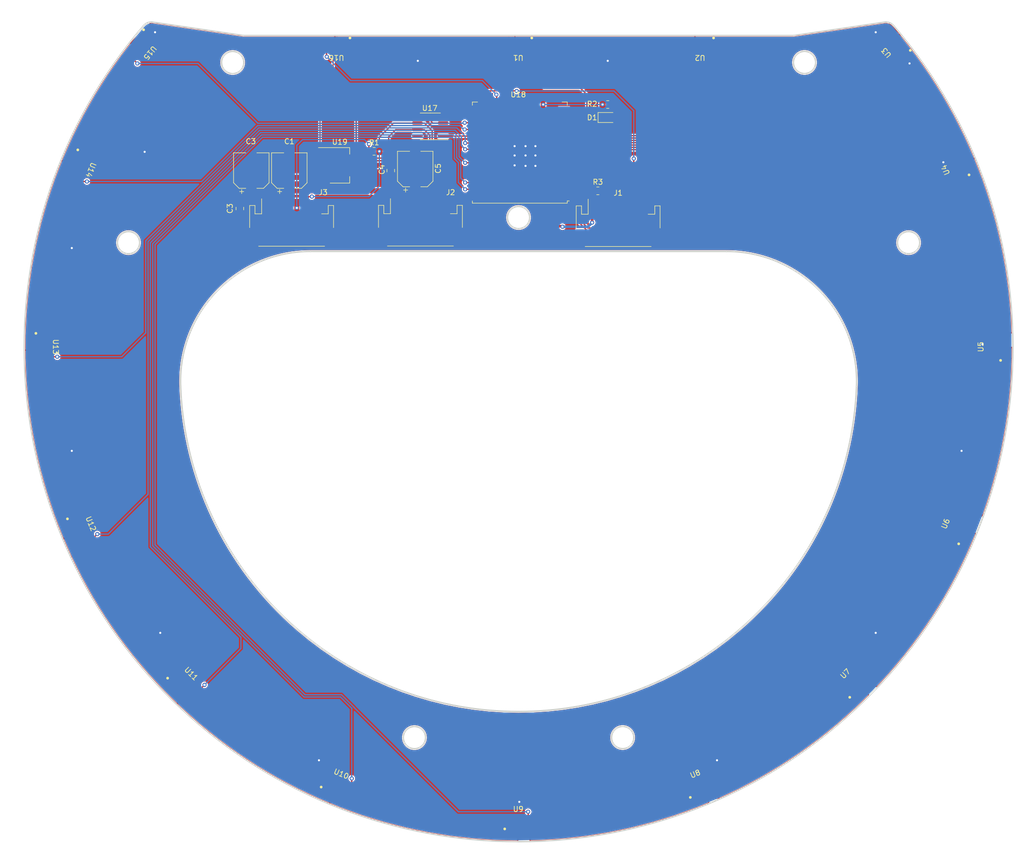
<source format=kicad_pcb>
(kicad_pcb (version 20211014) (generator pcbnew)
  (layers (0 "F.Cu" signal) (31 "B.Cu" signal) (34 "B.Paste" user) (35 "F.Paste" user) (36 "B.SilkS" user "B.Silkscreen") (37 "F.SilkS" user "F.Silkscreen") (38 "B.Mask" user) (39 "F.Mask" user) (44 "Edge.Cuts" user))
  (net 0 "")
  (net 1 "Net-(J1-Pad2)")
  (net 2 "+3V3")
  (net 3 "/LED")
  (net 4 "Net-(D1-Pad2)")
  (net 5 "/CAN_H")
  (net 6 "/CAN_L")
  (net 7 "GND")
  (net 10 "/IR_15")
  (net 11 "/IR_16")
  (net 12 "/IR_13")
  (net 13 "/IR_14")
  (net 14 "/IR_10")
  (net 15 "/IR_11")
  (net 16 "/IR_12")
  (net 17 "/IR_1")
  (net 25 "/IR_2")
  (net 27 "/IO_0")
  (net 28 "/IR_3")
  (net 29 "/IR_4")
  (net 30 "/IR_5")
  (net 31 "/IR_6")
  (net 33 "/IR_7")
  (net 34 "/RX")
  (net 35 "/TX")
  (net 36 "/IR_8")
  (net 37 "/IR_9")
  (net 38 "/CAN_TX")
  (net 39 "/CAN_RX")
  (net 40 "+5V")
  (footprint "BUCKY_IR:TSSP96038" (layer "F.Cu") (at 206.150201 116.438997 67.5)
    (fp_text reference "U6")
    (fp_text value "TSSP96038TR")
  )
  (footprint "Connector_JST:JST_PH_S6B-PH-SM4-TB_1x06-1MP_P2.00mm_Horizontal" (layer "F.Cu") (at 141 57.7)
    (fp_text reference "J1")
    (fp_text value "SERIAL_CONN")
  )
  (footprint "BUCKY_IR:TSSP96038" (layer "F.Cu") (at 57.241151 146.058849 -45)
    (fp_text reference "U11")
    (fp_text value "TSSP96038TR")
  )
  (footprint "Resistor_SMD:R_0805_2012Metric_Pad1.20x1.40mm_HandSolder" (layer "F.Cu") (at 94.1 43.9)
    (fp_text reference "R1")
    (fp_text value "120R")
  )
  (footprint "BUCKY_IR:TSSP96038" (layer "F.Cu") (at 49.203536 23.420918 -130)
    (fp_text reference "U15")
    (fp_text value "TSSP96038TR")
  )
  (footprint "BUCKY_IR:TSSP96038" (layer "F.Cu") (at 86.861003 23.5 180)
    (fp_text reference "U16")
    (fp_text value "TSSP96038TR")
  )
  (footprint "BUCKY_IR:TSSP96038" (layer "F.Cu") (at 156.738997 23.5 180)
    (fp_text reference "U2")
    (fp_text value "TSSP96038TR")
  )
  (footprint "Capacitor_SMD:CP_Elec_6.3x7.7" (layer "F.Cu") (at 70.5 47.6 90)
    (fp_text reference "C3")
    (fp_text value "10u")
  )
  (footprint "BUCKY_IR:TSSP96038" (layer "F.Cu") (at 37.449799 116.438997 -67.5)
    (fp_text reference "U12")
    (fp_text value "TSSP96038TR")
  )
  (footprint "Resistor_SMD:R_0805_2012Metric_Pad1.20x1.40mm_HandSolder" (layer "F.Cu") (at 137.1 51.5 180)
    (fp_text reference "R3")
    (fp_text value "10k")
  )
  (footprint "BUCKY_IR:TSSP96038" (layer "F.Cu") (at 121.8 172.8)
    (fp_text reference "U9")
    (fp_text value "TSSP96038TR")
  )
  (footprint "BUCKY_IR:TSSP96038" (layer "F.Cu") (at 186.358849 146.058849 45)
    (fp_text reference "U7")
    (fp_text value "TSSP96038TR")
  )
  (footprint "Capacitor_SMD:CP_Elec_6.3x7.7" (layer "F.Cu") (at 77.8 47.6 90)
    (fp_text reference "C1")
    (fp_text value "100u")
  )
  (footprint "Resistor_SMD:R_0805_2012Metric_Pad1.20x1.40mm_HandSolder" (layer "F.Cu") (at 139 34.9)
    (fp_text reference "R2")
    (fp_text value "120R")
  )
  (footprint "BUCKY_IR:TSSP96038" (layer "F.Cu") (at 30.5 81.5 -90)
    (fp_text reference "U13")
    (fp_text value "TSSP96038TR")
  )
  (footprint "Capacitor_SMD:C_0805_2012Metric_Pad1.18x1.45mm_HandSolder" (layer "F.Cu") (at 97.3 47.6 -90)
    (fp_text reference "C5")
    (fp_text value "100n")
  )
  (footprint "RF_Module:ESP32-WROOM-32U" (layer "F.Cu") (at 122.1 44.145 180)
    (fp_text reference "U18")
    (fp_text value "ESP32-WROOM-32U")
  )
  (footprint "BUCKY_IR:TSSP96038" (layer "F.Cu") (at 121.8 23.5 180)
    (fp_text reference "U1")
    (fp_text value "TSSP96038TR")
  )
  (footprint "Package_SO:SOIC-8_3.9x4.9mm_P1.27mm" (layer "F.Cu") (at 104.9 39.1 180)
    (fp_text reference "U17")
    (fp_text value "SN65HVD230")
  )
  (footprint "BUCKY_IR:TSSP96038" (layer "F.Cu") (at 194.4 23.4 130)
    (fp_text reference "U3")
    (fp_text value "TSSP96038TR")
  )
  (footprint "Capacitor_SMD:C_0805_2012Metric_Pad1.18x1.45mm_HandSolder" (layer "F.Cu") (at 68.3 54.9 -90)
    (fp_text reference "C3")
    (fp_text value "100n")
  )
  (footprint "BUCKY_IR:TSSP96038" (layer "F.Cu") (at 37.449799 46.561003 -112.5)
    (fp_text reference "U14")
    (fp_text value "TSSP96038TR")
  )
  (footprint "LED_SMD:LED_0805_2012Metric_Pad1.15x1.40mm_HandSolder" (layer "F.Cu") (at 139 37.4)
    (fp_text reference "D1")
    (fp_text value "LED")
  )
  (footprint "Capacitor_SMD:CP_Elec_6.3x7.7" (layer "F.Cu") (at 102 47.3 90)
    (fp_text reference "C4")
    (fp_text value "10u")
  )
  (footprint "BUCKY_IR:TSSP96038" (layer "F.Cu") (at 86.861003 165.850201 -22.5)
    (fp_text reference "U10")
    (fp_text value "TSSP96038TR")
  )
  (footprint "Package_TO_SOT_SMD:SOT-223-3_TabPin2" (layer "F.Cu") (at 87.5 46.6)
    (fp_text reference "U19")
    (fp_text value "AMS1117-5.0")
  )
  (footprint "Connector_JST:JST_PH_S6B-PH-SM4-TB_1x06-1MP_P2.00mm_Horizontal" (layer "F.Cu") (at 78.245 57.63)
    (fp_text reference "J3")
    (fp_text value "CAN_CONN_DOWN")
  )
  (footprint "BUCKY_IR:TSSP96038" (layer "F.Cu") (at 213.1 81.5 90)
    (fp_text reference "U5")
    (fp_text value "TSSP96038TR")
  )
  (footprint "BUCKY_IR:TSSP96038" (layer "F.Cu") (at 156.738997 165.850201 22.5)
    (fp_text reference "U8")
    (fp_text value "TSSP96038TR")
  )
  (footprint "Connector_JST:JST_PH_S6B-PH-SM4-TB_1x06-1MP_P2.00mm_Horizontal" (layer "F.Cu") (at 103 57.6)
    (fp_text reference "J2")
    (fp_text value "CAN_CONN_UP")
  )
  (footprint "BUCKY_IR:TSSP96038" (layer "F.Cu") (at 206.150201 46.561003 112.5)
    (fp_text reference "U4")
    (fp_text value "TSSP96038TR")
  )
  (gr_line locked (start 51.04676 19.073906) (end 50.93086 19.092196) (layer "Edge.Cuts") (width 0.3))
  (gr_line locked (start 51.38086 19.057933) (end 51.27196 19.05719) (layer "Edge.Cuts") (width 0.3))
  (gr_line locked (start 194.0491 19.876224) (end 193.91612 19.729203) (layer "Edge.Cuts") (width 0.3))
  (gr_line locked (start 50.44846 19.249606) (end 50.32366 19.315696) (layer "Edge.Cuts") (width 0.3))
  (gr_line locked (start 193.91612 19.729203) (end 193.78484 19.600683) (layer "Edge.Cuts") (width 0.3))
  (gr_arc locked (start 48.20773 21.634387) (mid 48.936247 20.75088) (end 49.67536 19.876219) (layer "Edge.Cuts") (width 0.3))
  (gr_curve locked (pts (xy 57.302775 83.604818) (xy 56.969738 85.412521) (xy 56.837082 87.251453) (xy 56.907214 89.088239)) (layer "Edge.Cuts") (width 0.3))
  (gr_line locked (start 51.27196 19.05719) (end 51.16056 19.062406) (layer "Edge.Cuts") (width 0.3))
  (gr_line locked (start 50.57166 19.195506) (end 50.44846 19.249606) (layer "Edge.Cuts") (width 0.3))
  (gr_line locked (start 51.59066 19.076658) (end 51.48716 19.064448) (layer "Edge.Cuts") (width 0.3))
  (gr_line locked (start 193.4009 19.315701) (end 193.27613 19.249611) (layer "Edge.Cuts") (width 0.3))
  (gr_curve locked (pts (xy 57.005132 151.050114) (xy 93.515101 185.162474) (xy 150.209562 185.162474) (xy 186.719531 151.050114)) (layer "Edge.Cuts") (width 0.3))
  (gr_line locked (start 192.7938 19.092201) (end 192.67788 19.073911) (layer "Edge.Cuts") (width 0.3))
  (gr_line locked (start 49.93966 19.600678) (end 49.80836 19.729198) (layer "Edge.Cuts") (width 0.3))
  (gr_line locked (start 68.94731 21.634387) (end 51.59066 19.076658) (layer "Edge.Cuts") (width 0.3))
  (gr_circle locked (center 46.9 61.46) (end 49.05 61.46) (layer "Edge.Cuts") (width 0.3) (fill none))
  (gr_curve locked (pts (xy 81.889011 63.134387) (xy 78.63364 63.134387) (xy 75.409393 63.770233) (xy 72.397752 65.006136)) (layer "Edge.Cuts") (width 0.3))
  (gr_line locked (start 192.34377 19.057938) (end 192.23751 19.064453) (layer "Edge.Cuts") (width 0.3))
  (gr_circle locked (center 141.87 156.63) (end 144.02 156.63) (layer "Edge.Cuts") (width 0.3) (fill none))
  (gr_curve locked (pts (xy 186.817466 89.088239) (xy 186.150763 106.549471) (xy 178.470486 123.595023) (xy 164.419388 135.765913)) (layer "Edge.Cuts") (width 0.3))
  (gr_line locked (start 50.93086 19.092196) (end 50.81296 19.117946) (layer "Edge.Cuts") (width 0.3))
  (gr_line locked (start 193.65524 19.489781) (end 193.52727 19.395261) (layer "Edge.Cuts") (width 0.3))
  (gr_curve locked (pts (xy 186.817466 89.088239) (xy 186.941671 85.835239) (xy 186.429306 82.589079) (xy 185.30921 79.532476)) (layer "Edge.Cuts") (width 0.3))
  (gr_curve locked (pts (xy 58.887301 78.340443) (xy 58.167201 80.031643) (xy 57.635811 81.797115) (xy 57.302775 83.604818)) (layer "Edge.Cuts") (width 0.3))
  (gr_line locked (start 192.23751 19.064453) (end 192.13403 19.076663) (layer "Edge.Cuts") (width 0.3))
  (gr_line locked (start 49.80836 19.729198) (end 49.67536 19.876219) (layer "Edge.Cuts") (width 0.3))
  (gr_line locked (start 50.32366 19.315696) (end 50.19726 19.395256) (layer "Edge.Cuts") (width 0.3))
  (gr_line locked (start 192.56412 19.062411) (end 192.45269 19.057195) (layer "Edge.Cuts") (width 0.3))
  (gr_curve locked (pts (xy 172.500091 65.523104) (xy 170.837597 64.739003) (xy 169.093685 64.14064) (xy 167.300005 63.738874)) (layer "Edge.Cuts") (width 0.3))
  (gr_line locked (start 50.81296 19.117946) (end 50.69316 19.152026) (layer "Edge.Cuts") (width 0.3))
  (gr_curve locked (pts (xy 167.300005 63.738874) (xy 165.506325 63.337109) (xy 163.673794 63.134387) (xy 161.835669 63.134387)) (layer "Edge.Cuts") (width 0.3))
  (gr_line locked (start 193.78484 19.600683) (end 193.65524 19.489781) (layer "Edge.Cuts") (width 0.3))
  (gr_curve locked (pts (xy 164.419388 135.765913) (xy 139.992711 156.924003) (xy 103.731969 156.924003) (xy 79.305292 135.765913)) (layer "Edge.Cuts") (width 0.3))
  (gr_line locked (start 50.69316 19.152026) (end 50.57166 19.195506) (layer "Edge.Cuts") (width 0.3))
  (gr_curve locked (pts (xy 79.305292 135.765913) (xy 65.254194 123.595023) (xy 57.573917 106.549471) (xy 56.907214 89.088239)) (layer "Edge.Cuts") (width 0.3))
  (gr_line locked (start 192.67788 19.073911) (end 192.56412 19.062411) (layer "Edge.Cuts") (width 0.3))
  (gr_curve locked (pts (xy 72.397752 65.006136) (xy 69.386111 66.242039) (xy 66.644662 68.054366) (xy 64.327713 70.341107)) (layer "Edge.Cuts") (width 0.3))
  (gr_line locked (start 51.48716 19.064448) (end 51.38086 19.057933) (layer "Edge.Cuts") (width 0.3))
  (gr_circle locked (center 101.85 156.64) (end 104 156.64) (layer "Edge.Cuts") (width 0.3) (fill none))
  (gr_line locked (start 192.45269 19.057195) (end 192.34377 19.057938) (layer "Edge.Cuts") (width 0.3))
  (gr_curve locked (pts (xy 64.327713 70.341107) (xy 62.010764 72.627849) (xy 60.162618 75.345279) (xy 58.887301 78.340443)) (layer "Edge.Cuts") (width 0.3))
  (gr_line locked (start 193.03147 19.152031) (end 192.91171 19.11795) (layer "Edge.Cuts") (width 0.3))
  (gr_circle locked (center 66.92 26.82) (end 69.07 26.82) (layer "Edge.Cuts") (width 0.3) (fill none))
  (gr_circle locked (center 196.82 61.46) (end 198.97 61.46) (layer "Edge.Cuts") (width 0.3) (fill none))
  (gr_arc locked (start 194.0491 19.876224) (mid 194.788315 20.750882) (end 195.516933 21.634387) (layer "Edge.Cuts") (width 0.3))
  (gr_line locked (start 51.16056 19.062406) (end 51.04676 19.073906) (layer "Edge.Cuts") (width 0.3))
  (gr_curve locked (pts (xy 180.286028 71.264762) (xy 178.089353 68.862252) (xy 175.444416 66.91177) (xy 172.500091 65.523104)) (layer "Edge.Cuts") (width 0.3))
  (gr_curve locked (pts (xy 185.30921 79.532476) (xy 184.189114 76.475873) (xy 182.482704 73.667272) (xy 180.286028 71.264762)) (layer "Edge.Cuts") (width 0.3))
  (gr_curve locked (pts (xy 186.719531 151.050114) (xy 223.229499 116.937757) (xy 227.074593 60.373836) (xy 195.516933 21.634387)) (layer "Edge.Cuts") (width 0.3))
  (gr_line locked (start 192.13403 19.076663) (end 174.77736 21.634387) (layer "Edge.Cuts") (width 0.3))
  (gr_line locked (start 193.52727 19.395261) (end 193.4009 19.315701) (layer "Edge.Cuts") (width 0.3))
  (gr_line locked (start 81.889011 63.134387) (end 161.835669 63.134387) (layer "Edge.Cuts") (width 0.3))
  (gr_line locked (start 192.91171 19.11795) (end 192.7938 19.092201) (layer "Edge.Cuts") (width 0.3))
  (gr_line locked (start 50.06926 19.489776) (end 49.93966 19.600678) (layer "Edge.Cuts") (width 0.3))
  (gr_circle locked (center 121.86 56.63) (end 124.01 56.63) (layer "Edge.Cuts") (width 0.3) (fill none))
  (gr_line locked (start 174.77736 21.634387) (end 68.94731 21.634387) (layer "Edge.Cuts") (width 0.3))
  (gr_line locked (start 193.15297 19.195511) (end 193.03147 19.152031) (layer "Edge.Cuts") (width 0.3))
  (gr_line locked (start 50.19726 19.395256) (end 50.06926 19.489776) (layer "Edge.Cuts") (width 0.3))
  (gr_line locked (start 193.27613 19.249611) (end 193.15297 19.195511) (layer "Edge.Cuts") (width 0.3))
  (gr_curve locked (pts (xy 48.20773 21.634387) (xy 16.65007 60.373836) (xy 20.495164 116.937757) (xy 57.005132 151.050114)) (layer "Edge.Cuts") (width 0.3))
  (gr_circle locked (center 176.82 26.81) (end 178.97 26.81) (layer "Edge.Cuts") (width 0.3) (fill none))
  (segment (start 138 51.6) (end 138.1 51.5) (width 0.254) (layer "F.Cu") (net 1))
  (segment (start 138 54.85) (end 138 51.6) (width 0.254) (layer "F.Cu") (net 1))
  (segment (start 130.6 49.86) (end 137.76 49.86) (width 0.254) (layer "F.Cu") (net 1))
  (segment (start 138.1 50.2) (end 138.1 51.5) (width 0.254) (layer "F.Cu") (net 1))
  (segment (start 137.76 49.86) (end 138.1 50.2) (width 0.254) (layer "F.Cu") (net 1))
  (segment (start 212.584127 109.519493) (end 211.200087 113.687593) (width 0.2) (layer "F.Cu") (net 2))
  (segment (start 130.581246 176.135002) (end 126.225501 176.434503) (width 0.2) (layer "F.Cu") (net 2))
  (segment (start 100.194311 174.0385) (end 104.483579 174.936996) (width 0.2) (layer "F.Cu") (net 2))
  (segment (start 164.275209 166.551038) (end 160.558595 168.3) (width 0.2) (layer "F.Cu") (net 2))
  (segment (start 215.554034 96.742366) (end 214.7616 101.039521) (width 0.2) (layer "F.Cu") (net 2))
  (segment (start 190.824424 146.8) (end 189.1 146.8) (width 0.2) (layer "F.Cu") (net 2))
  (segment (start 28.963062 101.039521) (end 28.170628 96.742366) (width 0.2) (layer "F.Cu") (net 2))
  (segment (start 159.3 168.3) (end 158.4 167.4) (width 0.2) (layer "F.Cu") (net 2))
  (segment (start 193.106652 144.334601) (end 190.824424 146.8) (width 0.2) (layer "F.Cu") (net 2))
  (segment (start 205.872786 125.815887) (end 203.706962 129.708773) (width 0.2) (layer "F.Cu") (net 2))
  (segment (start 195 21.898348) (end 195 21.5) (width 0.2) (layer "F.Cu") (net 2))
  (segment (start 188.005096 146.8) (end 186.811397 145.606301) (width 0.2) (layer "F.Cu") (net 2))
  (segment (start 87.452286 166.095118) (end 87.452286 166.647714) (width 0.2) (layer "F.Cu") (net 2))
  (segment (start 155.999511 22.100489) (end 156.098997 22.199975) (width 0.2) (layer "F.Cu") (net 2))
  (segment (start 195.1 21.4) (end 195.1 21.3) (width 0.2) (layer "F.Cu") (net 2))
  (segment (start 203.375432 33.017984) (end 200.936485 29.152495) (width 0.2) (layer "F.Cu") (net 2))
  (segment (start 193.073194 19.273194) (end 193.00089 19.247319) (width 0.2) (layer "F.Cu") (net 2))
  (segment (start 156.098997 22.199975) (end 156.098997 23.5) (width 0.2) (layer "F.Cu") (net 2))
  (segment (start 158.4 167.4) (end 158.4 169.211834) (width 0.2) (layer "F.Cu") (net 2))
  (segment (start 56.3 148.7) (end 56.3 147.905096) (width 0.2) (layer "F.Cu") (net 2))
  (segment (start 56.3 148.7) (end 56.3 150.218555) (width 0.2) (layer "F.Cu") (net 2))
  (segment (start 102 50) (end 102 54.75) (width 1) (layer "F.Cu") (net 2))
  (segment (start 195 21.898348) (end 193.988616 22.909732) (width 0.2) (layer "F.Cu") (net 2))
  (segment (start 195.58346 21.88346) (end 195.1 21.4) (width 0.2) (layer "F.Cu") (net 2))
  (segment (start 26.984575 83.710762) (end 27.180888 88.070659) (width 0.2) (layer "F.Cu") (net 2))
  (segment (start 53.749872 147.717825) (end 56.442099 150.357901) (width 0.2) (layer "F.Cu") (net 2))
  (segment (start 85.581698 169.318302) (end 87.577528 170.145006) (width 0.2) (layer "F.Cu") (net 2))
  (segment (start 84.35 46.6) (end 90.65 46.6) (width 1) (layer "F.Cu") (net 2))
  (segment (start 156.147133 170.145006) (end 151.990779 171.642499) (width 0.2) (layer "F.Cu") (net 2))
  (segment (start 157.33028 166.33028) (end 157.33028 165.605284) (width 0.2) (layer "F.Cu") (net 2))
  (segment (start 207.843918 121.843146) (end 205.872786 125.815887) (width 0.2) (layer "F.Cu") (net 2))
  (segment (start 216.738552 81.738552) (end 216.740087 83.710762) (width 0.2) (layer "F.Cu") (net 2))
  (segment (start 208 45.3) (end 207.33028 45.96972) (width 0.2) (layer "F.Cu") (net 2))
  (segment (start 36.087994 40.98826) (end 34.264698 45.078325) (width 0.2) (layer "F.Cu") (net 2))
  (segment (start 57.073441 150.977013) (end 60.550538 154.071891) (width 0.2) (layer "F.Cu") (net 2))
  (segment (start 51.577526 19.175822) (end 68.899987 21.728513) (width 0.2) (layer "F.Cu") (net 2))
  (segment (start 155.999511 22.100489) (end 155.633429 21.734407) (width 0.2) (layer "F.Cu") (net 2))
  (segment (start 209.752611 117.452611) (end 209.619859 117.797911) (width 0.2) (layer "F.Cu") (net 2))
  (segment (start 71.616704 162.158394) (end 75.492451 164.45454) (width 0.2) (layer "F.Cu") (net 2))
  (segment (start 83.1 46.6) (end 84.35 46.6) (width 0.2) (layer "F.Cu") (net 2))
  (segment (start 192.887342 19.215006) (end 192.775326 19.190544) (width 0.2) (layer "F.Cu") (net 2))
  (segment (start 30.018106 57.679791) (end 29.00866 61.96617) (width 0.2) (layer "F.Cu") (net 2))
  (segment (start 101.17 58.33) (end 102 57.5) (width 0.512) (layer "F.Cu") (net 2))
  (segment (start 35.880743 121.843146) (end 34.256517 118.143483) (width 0.2) (layer "F.Cu") (net 2))
  (segment (start 87.065593 21.734407) (end 119.965593 21.734407) (width 0.2) (layer "F.Cu") (net 2))
  (segment (start 130.6 51.13) (end 135.13 51.13) (width 1) (layer "F.Cu") (net 2))
  (segment (start 213.771463 105.301023) (end 212.584127 109.519493) (width 0.2) (layer "F.Cu") (net 2))
  (segment (start 216.533083 74.979866) (end 216.70632 78.69368) (width 0.2) (layer "F.Cu") (net 2))
  (segment (start 105.365 38.465) (end 107.375 38.465) (width 0.254) (layer "F.Cu") (net 2))
  (segment (start 40.0177 129.708773) (end 42.377725 133.514453) (width 0.2) (layer "F.Cu") (net 2))
  (segment (start 174.824683 21.728513) (end 174.818789 21.734407) (width 0.2) (layer "F.Cu") (net 2))
  (segment (start 78.345 58.33) (end 101.17 58.33) (width 0.512) (layer "F.Cu") (net 2))
  (segment (start 68.905881 21.734407) (end 87.065593 21.734407) (width 0.2) (layer "F.Cu") (net 2))
  (segment (start 51.377456 19.157933) (end 51.478245 19.16411) (width 0.2) (layer "F.Cu") (net 2))
  (segment (start 79.453694 166.553034) (end 83.480279 168.447862) (width 0.2) (layer "F.Cu") (net 2))
  (segment (start 27.180888 88.070659) (end 27.422178 90.722178) (width 0.2) (layer "F.Cu") (net 2))
  (segment (start 122.9 175.2) (end 122.44 174.74) (width 0.2) (layer "F.Cu") (net 2))
  (segment (start 104.6 35.6) (end 105.1 36.1) (width 0.254) (layer "F.Cu") (net 2))
  (segment (start 117.499161 176.434503) (end 121.572298 176.527702) (width 0.2) (layer "F.Cu") (net 2))
  (segment (start 158.4 167.4) (end 157.33028 166.33028) (width 0.2) (layer "F.Cu") (net 2))
  (segment (start 125.8 58.3) (end 124.2 59.9) (width 0.512) (layer "F.Cu") (net 2))
  (segment (start 95.941956 172.940336) (end 100.194311 174.0385) (width 0.2) (layer "F.Cu") (net 2))
  (segment (start 98.6 46.6) (end 102 50) (width 1) (layer "F.Cu") (net 2))
  (segment (start 136 57.6) (end 136 54.85) (width 0.512) (layer "F.Cu") (net 2))
  (segment (start 34.513034 118.4) (end 34.256517 118.143483) (width 0.2) (layer "F.Cu") (net 2))
  (segment (start 26.987973 79.344712) (end 26.987446 80.021176) (width 0.2) (layer "F.Cu") (net 2))
  (segment (start 121.165593 21.734407) (end 119.965593 21.734407) (width 0.2) (layer "F.Cu") (net 2))
  (segment (start 40.34923 33.017984) (end 38.116005 36.96569) (width 0.2) (layer "F.Cu") (net 2))
  (segment (start 90.65 46.6) (end 98.6 46.6) (width 1) (layer "F.Cu") (net 2))
  (segment (start 211.079036 49.2285) (end 212.494405 53.431454) (width 0.2) (layer "F.Cu") (net 2))
  (segment (start 56.3 150.218555) (end 56.442099 150.357901) (width 0.2) (layer "F.Cu") (net 2))
  (segment (start 206.847404 116.3) (end 206.395118 115.847714) (width 0.2) (layer "F.Cu") (net 2))
  (segment (start 26.985839 82.085839) (end 26.984575 83.710762) (width 0.2) (layer "F.Cu") (net 2))
  (segment (start 28.201425 66.283217) (end 27.595897 70.623574) (width 0.2) (layer "F.Cu") (net 2))
  (segment (start 211.200087 113.687593) (end 211.192392 113.707608) (width 0.2) (layer "F.Cu") (net 2))
  (segment (start 87.577528 170.145006) (end 91.733883 171.642499) (width 0.2) (layer "F.Cu") (net 2))
  (segment (start 216.148257 92.416972) (end 215.554034 96.742366) (width 0.2) (layer "F.Cu") (net 2))
  (segment (start 27.422178 90.722178) (end 27.4 90.478465) (width 0.2) (layer "F.Cu") (net 2))
  (segment (start 207.63667 40.988263) (end 205.608657 36.96569) (width 0.2) (layer "F.Cu") (net 2))
  (segment (start 35.959228 122.001328) (end 37.851876 125.815887) (width 0.2) (layer "F.Cu") (net 2))
  (segment (start 198.2913 25.376574) (end 195.58346 21.88346) (width 0.2) (layer "F.Cu") (net 2))
  (segment (start 48.011364 23.130398) (end 47.231103 23.130398) (width 0.2) (layer "F.Cu") (net 2))
  (segment (start 87.452286 166.647714) (end 85.581698 168.518302) (width 0.2) (layer "F.Cu") (net 2))
  (segment (start 83.7 36.9) (end 83.7 42.1) (width 0.2) (layer "F.Cu") (net 2))
  (segment (start 113.143416 176.135002) (end 117.499161 176.434503) (width 0.2) (layer "F.Cu") (net 2))
  (segment (start 192.682054 19.175827) (end 192.147165 19.175827) (width 0.2) (layer "F.Cu") (net 2))
  (segment (start 105.1 36.1) (end 105.1 38.2) (width 0.254) (layer "F.Cu") (net 2))
  (segment (start 172.107957 162.158395) (end 168.232211 164.45454) (width 0.2) (layer "F.Cu") (net 2))
  (segment (start 183.174124 154.071891) (end 179.586299 156.967072) (width 0.2) (layer "F.Cu") (net 2))
  (segment (start 83.7 42.1) (end 82.4 43.4) (width 0.2) (layer "F.Cu") (net 2))
  (segment (start 208.6 116.3) (end 209.752611 117.452611) (width 0.2) (layer "F.Cu") (net 2))
  (segment (start 105.1 38.2) (end 105.365 38.465) (width 0.254) (layer "F.Cu") (net 2))
  (segment (start 82.4 45.9) (end 83.1 46.6) (width 0.2) (layer "F.Cu") (net 2))
  (segment (start 37.16972 117.03028) (end 35.8 118.4) (width 0.2) (layer "F.Cu") (net 2))
  (segment (start 203.706962 129.708773) (end 201.346937 133.514453) (width 0.2) (layer "F.Cu") (net 2))
  (segment (start 27.576404 92.416963) (end 27.422178 90.722178) (width 0.2) (layer "F.Cu") (net 2))
  (segment (start 121.572298 176.527702) (end 122.9 175.2) (width 0.2) (layer "F.Cu") (net 2))
  (segment (start 168.232211 164.45454) (end 164.275209 166.551038) (width 0.2) (layer "F.Cu") (net 2))
  (segment (start 158.4 169.211834) (end 156.147133 170.145006) (width 0.2) (layer "F.Cu") (net 2))
  (segment (start 32.524576 113.687595) (end 31.140535 109.519493) (width 0.2) (layer "F.Cu") (net 2))
  (segment (start 47.174584 23.130398) (end 45.433362 25.376574) (width 0.2) (layer "F.Cu") (net 2))
  (segment (start 108.802425 175.635834) (end 113.143416 176.135002) (width 0.2) (layer "F.Cu") (net 2))
  (segment (start 186.651222 150.977013) (end 183.174124 154.071891) (width 0.2) (layer "F.Cu") (net 2))
  (segment (start 214.7616 101.039521) (end 213.771463 105.301023) (width 0.2) (layer "F.Cu") (net 2))
  (segment (start 86.221003 23.5) (end 86.221003 34.378997) (width 0.2) (layer "F.Cu") (net 2))
  (segment (start 189.1 148.57567) (end 186.651222 150.977013) (width 0.2) (layer "F.Cu") (net 2))
  (segment (start 28.170628 96.742366) (end 27.576404 92.416963) (width 0.2) (layer "F.Cu") (net 2))
  (segment (start 139.241083 174.936996) (end 134.922235 175.635834) (width 0.2) (layer "F.Cu") (net 2))
  (segment (start 209.546444 45.3) (end 211.079036 49.2285) (width 0.2) (layer "F.Cu") (net 2))
  (segment (start 136 52) (end 136 54.85) (width 1) (layer "F.Cu") (net 2))
  (segment (start 35.8 121.659228) (end 35.880744 121.843147) (width 0.2) (layer "F.Cu") (net 2))
  (segment (start 155.633429 21.734407) (end 121.165593 21.734407) (width 0.2) (layer "F.Cu") (net 2))
  (segment (start 56.442099 150.357901) (end 57.073441 150.977013) (width 0.2) (layer "F.Cu") (net 2))
  (segment (start 35.880744 121.843147) (end 35.959228 122.001328) (width 0.2) (layer "F.Cu") (net 2))
  (segment (start 205.608657 36.96569) (end 203.375432 33.017984) (width 0.2) (layer "F.Cu") (net 2))
  (segment (start 179.586299 156.967072) (end 175.895104 159.662581) (width 0.2) (layer "F.Cu") (net 2))
  (segment (start 160.558595 168.3) (end 159.3 168.3) (width 0.2) (layer "F.Cu") (net 2))
  (segment (start 35.959228 122.001328) (end 35.880743 121.843146) (width 0.2) (layer "F.Cu") (net 2))
  (segment (start 207.33028 45.96972) (end 205.905284 45.96972) (width 0.2) (layer "F.Cu") (net 2))
  (segment (start 216.543774 88.070659) (end 216.148257 92.416972) (width 0.2) (layer "F.Cu") (net 2))
  (segment (start 143.530341 174.038502) (end 139.241083 174.936996) (width 0.2) (layer "F.Cu") (net 2))
  (segment (start 47.231103 23.130398) (end 47.174584 23.130398) (width 0.2) (layer "F.Cu") (net 2))
  (segment (start 77.245 54.78) (end 77.245 57.23) (width 0.512) (layer "F.Cu") (net 2))
  (segment (start 44.931435 137.22554) (end 47.678361 140.834709) (width 0.2) (layer "F.Cu") (net 2))
  (segment (start 196.046301 140.834709) (end 193.106652 144.334601) (width 0.2) (layer "F.Cu") (net 2))
  (segment (start 34.264698 45.078325) (end 34.015948 45.715948) (width 0.2) (layer "F.Cu") (net 2))
  (segment (start 192.775326 19.190544) (end 192.682054 19.175827) (width 0.2) (layer "F.Cu") (net 2))
  (segment (start 85.581698 168.518302) (end 85.581698 169.318302) (width 0.2) (layer "F.Cu") (net 2))
  (segment (start 86.221003 23.5) (end 86.221003 22.2) (width 0.2) (layer "F.Cu") (net 2))
  (segment (start 135.13 51.13) (end 136 52) (width 1) (layer "F.Cu") (net 2))
  (segment (start 45.433362 25.376574) (end 42.788179 29.152492) (width 0.2) (layer "F.Cu") (net 2))
  (segment (start 42.788179 29.152492) (end 40.34923 33.017984) (width 0.2) (layer "F.Cu") (net 2))
  (segment (start 121.16 23.5) (end 121.16 21.74) (width 0.2) (layer "F.Cu") (net 2))
  (segment (start 34.104804 117.797912) (end 32.524576 113.687595) (width 0.2) (layer "F.Cu") (net 2))
  (segment (start 32.645628 49.228493) (end 31.230258 53.431454) (width 0.2) (layer "F.Cu") (net 2))
  (segment (start 34.015948 45.715948) (end 32.645628 49.228493) (width 0.2) (layer "F.Cu") (net 2))
  (segment (start 27.191579 74.979866) (end 26.987973 79.344712) (width 0.2) (layer "F.Cu") (net 2))
  (segment (start 209.546444 45.3) (end 209.459964 45.078326) (width 0.2) (layer "F.Cu") (net 2))
  (segment (start 189.1 146.8) (end 188.005096 146.8) (width 0.2) (layer "F.Cu") (net 2))
  (segment (start 215.2 80.2) (end 216.738552 81.738552) (width 0.2) (layer "F.Cu") (net 2))
  (segment (start 37.204882 47.152286) (end 36.552286 47.152286) (width 0.2) (layer "F.Cu") (net 2))
  (segment (start 64.138363 156.967072) (end 67.829556 159.662579) (width 0.2) (layer "F.Cu") (net 2))
  (segment (start 37.851876 125.815887) (end 40.0177 129.708773) (width 0.2) (layer "F.Cu") (net 2))
  (segment (start 104.483579 174.936996) (end 108.802425 175.635834) (width 0.2) (layer "F.Cu") (net 2))
  (segment (start 130.3 58.4) (end 130.2 58.3) (width 0.512) (layer "F.Cu") (net 2))
  (segment (start 90.65 36.85) (end 91.9 35.6) (width 0.254) (layer "F.Cu") (net 2))
  (segment (start 31.230258 53.431454) (end 30.018106 57.679791) (width 0.2) (layer "F.Cu") (net 2))
  (segment (start 122.44 174.74) (end 122.44 172.8) (width 0.2) (layer "F.Cu") (net 2))
  (segment (start 48.792152 23.911186) (end 48.011364 23.130398) (width 0.2) (layer "F.Cu") (net 2))
  (segment (start 121.16 21.74) (end 121.165593 21.734407) (width 0.2) (layer "F.Cu") (net 2))
  (segment (start 215.2 80.2) (end 214.54 80.86) (width 0.2) (layer "F.Cu") (net 2))
  (segment (start 86.221003 34.378997) (end 83.7 36.9) (width 0.2) (layer "F.Cu") (net 2))
  (segment (start 134.922235 175.635834) (end 130.581246 176.135002) (width 0.2) (layer "F.Cu") (net 2))
  (segment (start 86.686596 21.734407) (end 87.065593 21.734407) (width 0.2) (layer "F.Cu") (net 2))
  (segment (start 195 21.5) (end 195.1 21.4) (width 0.2) (layer "F.Cu") (net 2))
  (segment (start 51.200851 19.16065) (end 51.273965 19.157226) (width 0.2) (layer "F.Cu") (net 2))
  (segment (start 51.200851 19.16065) (end 47.231103 23.130398) (width 0.2) (layer "F.Cu") (net 2))
  (segment (start 29.953199 105.301023) (end 28.963062 101.039521) (width 0.2) (layer "F.Cu") (net 2))
  (segment (start 215.523237 66.283217) (end 216.128767 70.62359) (width 0.2) (layer "F.Cu") (net 2))
  (segment (start 126.225501 176.434503) (end 124.181277 176.481277) (width 0.2) (layer "F.Cu") (net 2))
  (segment (start 216.128767 70.62359) (end 216.533083 74.979866) (width 0.2) (layer "F.Cu") (net 2))
  (segment (start 51.478245 19.16411) (end 51.577526 19.175822) (width 0.2) (layer "F.Cu") (net 2))
  (segment (start 90.65 46.6) (end 90.65 36.85) (width 0.254) (layer "F.Cu") (net 2))
  (segment (start 86.221003 22.2) (end 86.686596 21.734407) (width 0.2) (layer "F.Cu") (net 2))
  (segment (start 147.782705 172.940336) (end 143.530341 174.038502) (width 0.2) (layer "F.Cu") (net 2))
  (segment (start 91.733883 171.642499) (end 95.941956 172.940336) (width 0.2) (layer "F.Cu") (net 2))
  (segment (start 37.694716 117.03028) (end 37.16972 117.03028) (width 0.2) (layer "F.Cu") (net 2))
  (segment (start 198.793227 137.22554) (end 196.046301 140.834709) (width 0.2) (layer "F.Cu") (net 2))
  (segment (start 118.23 58.33) (end 101.17 58.33) (width 0.512) (layer "F.Cu") (net 2))
  (segment (start 29.00866 61.96617) (end 28.201425 66.283217) (width 0.2) (layer "F.Cu") (net 2))
  (segment (start 36.552286 47.152286) (end 35.115948 45.715948) (width 0.2) (layer "F.Cu") (net 2))
  (segment (start 130.2 58.3) (end 125.8 58.3) (width 0.512) (layer "F.Cu") (net 2))
  (segment (start 50.61801 144.3346) (end 53.749872 147.717825) (width 0.2) (layer "F.Cu") (net 2))
  (segment (start 208 45.3) (end 209.546444 45.3) (width 0.2) (layer "F.Cu") (net 2))
  (segment (start 77.245 57.23) (end 78.345 58.33) (width 0.512) (layer "F.Cu") (net 2))
  (segment (start 26.987446 80.021176) (end 26.985839 82.085839) (width 0.2) (layer "F.Cu") (net 2))
  (segment (start 27.04 82.14) (end 26.985839 82.085839) (width 0.2) (layer "F.Cu") (net 2))
  (segment (start 192.147165 19.175827) (end 174.824683 21.728513) (width 0.2) (layer "F.Cu") (net 2))
  (segment (start 209.619859 117.797911) (end 207.843918 121.843146) (width 0.2) (layer "F.Cu") (net 2))
  (segment (start 47.678361 140.834709) (end 50.61801 144.3346) (width 0.2) (layer "F.Cu") (net 2))
  (segment (start 67.829556 159.662579) (end 71.616704 162.158394) (width 0.2) (layer "F.Cu") (net 2))
  (segment (start 216.70632 78.69368) (end 215.2 80.2) (width 0.2) (layer "F.Cu") (net 2))
  (segment (start 201.346937 133.514453) (end 198.793227 137.22554) (width 0.2) (layer "F.Cu") (net 2))
  (segment (start 214.716002 61.96617) (end 215.523237 66.283217) (width 0.2) (layer "F.Cu") (net 2))
  (segment (start 34.256517 118.143483) (end 34.104804 117.797912) (width 0.2) (layer "F.Cu") (net 2))
  (segment (start 27.595897 70.623574) (end 27.191579 74.979866) (width 0.2) (layer "F.Cu") (net 2))
  (segment (start 209.459964 45.078326) (end 207.63667 40.988263) (width 0.2) (layer "F.Cu") (net 2))
  (segment (start 124.2 59.9) (end 119.8 59.9) (width 0.512) (layer "F.Cu") (net 2))
  (segment (start 51.273965 19.157226) (end 51.377456 19.157933) (width 0.2) (layer "F.Cu") (net 2))
  (segment (start 214.54 80.86) (end 213.1 80.86) (width 0.2) (layer "F.Cu") (net 2))
  (segment (start 35.8 118.4) (end 34.513034 118.4) (width 0.2) (layer "F.Cu") (net 2))
  (segment (start 200.936485 29.152495) (end 198.2913 25.376574) (width 0.2) (layer "F.Cu") (net 2))
  (segment (start 42.377725 133.514453) (end 44.931435 137.22554) (width 0.2) (layer "F.Cu") (net 2))
  (segment (start 82.4 43.4) (end 82.4 45.9) (width 0.2) (layer "F.Cu") (net 2))
  (segment (start 119.8 59.9) (end 118.23 58.33) (width 0.512) (layer "F.Cu") (net 2))
  (segment (start 75.492451 164.45454) (end 79.449452 166.551038) (width 0.2) (layer "F.Cu") (net 2))
  (segment (start 38.116005 36.96569) (end 36.087994 40.98826) (width 0.2) (layer "F.Cu") (net 2))
  (segment (start 189.1 146.8) (end 189.1 148.57567) (width 0.2) (layer "F.Cu") (net 2))
  (segment (start 35.115948 45.715948) (end 34.015948 45.715948) (width 0.2) (layer "F.Cu") (net 2))
  (segment (start 91.9 35.6) (end 104.6 35.6) (width 0.254) (layer "F.Cu") (net 2))
  (segment (start 68.899987 21.728513) (end 68.905881 21.734407) (width 0.2) (layer "F.Cu") (net 2))
  (segment (start 213.706556 57.679791) (end 214.716002 61.96617) (width 0.2) (layer "F.Cu") (net 2))
  (segment (start 212.494405 53.431454) (end 213.706556 57.679791) (width 0.2) (layer "F.Cu") (net 2))
  (segment (start 211.192392 113.707608) (end 208.6 116.3) (width 0.2) (layer "F.Cu") (net 2))
  (segment (start 56.3 147.905096) (end 57.693699 146.511397) (width 0.2) (layer "F.Cu") (net 2))
  (segment (start 124.181277 176.481277) (end 122.9 175.2) (width 0.2) (layer "F.Cu") (net 2))
  (segment (start 208.6 116.3) (end 206.847404 116.3) (width 0.2) (layer "F.Cu") (net 2))
  (segment (start 102 57.5) (end 102 54.75) (width 0.512) (layer "F.Cu") (net 2))
  (segment (start 151.990779 171.642499) (end 147.782705 172.940336) (width 0.2) (layer "F.Cu") (net 2))
  (segment (start 195.1 21.3) (end 193.073194 19.273194) (width 0.2) (layer "F.Cu") (net 2))
  (segment (start 31.140535 109.519493) (end 29.953199 105.301023) (width 0.2) (layer "F.Cu") (net 2))
  (segment (start 193.00089 19.247319) (end 192.887342 19.215006) (width 0.2) (layer "F.Cu") (net 2))
  (segment (start 60.550538 154.071891) (end 64.138363 156.967072) (width 0.2) (layer "F.Cu") (net 2))
  (segment (start 83.480279 168.447862) (end 85.581698 169.318302) (width 0.2) (layer "F.Cu") (net 2))
  (segment (start 216.740087 83.710762) (end 216.543774 88.070659) (width 0.2) (layer "F.Cu") (net 2))
  (segment (start 30.5 82.14) (end 27.04 82.14) (width 0.2) (layer "F.Cu") (net 2))
  (segment (start 79.449452 166.551038) (end 79.453694 166.553034) (width 0.2) (layer "F.Cu") (net 2))
  (segment (start 175.895104 159.662581) (end 172.107957 162.158395) (width 0.2) (layer "F.Cu") (net 2))
  (segment (start 174.818789 21.734407) (end 155.633429 21.734407) (width 0.2) (layer "F.Cu") (net 2))
  (via (at 130.3 58.4) (size 0.8) (drill 0.4) (layers "F.Cu" "B.Cu") (net 2))
  (via (at 136 57.6) (size 0.8) (drill 0.4) (layers "F.Cu" "B.Cu") (net 2))
  (segment (start 135.2 58.4) (end 136 57.6) (width 0.512) (layer "B.Cu") (net 2))
  (segment (start 130.3 58.4) (end 135.2 58.4) (width 0.512) (layer "B.Cu") (net 2))
  (segment (start 126.59 34.89) (end 126.6 34.9) (width 0.254) (layer "F.Cu") (net 3))
  (segment (start 126.545 34.89) (end 126.59 34.89) (width 0.254) (layer "F.Cu") (net 3))
  (via (at 138 34.9) (size 0.8) (drill 0.4) (layers "F.Cu" "B.Cu") (net 3))
  (via (at 126.6 34.9) (size 0.8) (drill 0.4) (layers "F.Cu" "B.Cu") (net 3))
  (segment (start 126.6 34.9) (end 138 34.9) (width 0.254) (layer "B.Cu") (net 3))
  (segment (start 140 37.375) (end 140.025 37.4) (width 0.254) (layer "F.Cu") (net 4))
  (segment (start 140 34.9) (end 140 37.375) (width 0.254) (layer "F.Cu") (net 4))
  (segment (start 104.8 40.8) (end 103.735 39.735) (width 0.254) (layer "F.Cu") (net 5))
  (segment (start 93.1 43.9) (end 93.1 42.5) (width 0.254) (layer "F.Cu") (net 5))
  (segment (start 96.1 45.2) (end 96.9 44.4) (width 0.254) (layer "F.Cu") (net 5))
  (segment (start 104 52.6) (end 104.8 51.8) (width 0.254) (layer "F.Cu") (net 5))
  (segment (start 93.1 44.9) (end 93.4 45.2) (width 0.254) (layer "F.Cu") (net 5))
  (segment (start 104 54.75) (end 104 52.6) (width 0.254) (layer "F.Cu") (net 5))
  (segment (start 104.8 51.8) (end 104.8 40.8) (width 0.254) (layer "F.Cu") (net 5))
  (segment (start 93.4 45.2) (end 96.1 45.2) (width 0.254) (layer "F.Cu") (net 5))
  (segment (start 98.265 39.735) (end 102.425 39.735) (width 0.254) (layer "F.Cu") (net 5))
  (segment (start 93.1 43.9) (end 93.1 44.9) (width 0.254) (layer "F.Cu") (net 5))
  (segment (start 96.9 41.1) (end 98.265 39.735) (width 0.254) (layer "F.Cu") (net 5))
  (segment (start 103.735 39.735) (end 102.425 39.735) (width 0.254) (layer "F.Cu") (net 5))
  (segment (start 96.9 44.4) (end 96.9 41.1) (width 0.254) (layer "F.Cu") (net 5))
  (via (at 93.1 42.5) (size 0.8) (drill 0.4) (layers "F.Cu" "B.Cu") (net 5))
  (via (at 79.245 54.78) (size 0.8) (drill 0.4) (layers "F.Cu" "B.Cu") (net 5))
  (segment (start 92.24864 41.64864) (end 80.35136 41.64864) (width 0.254) (layer "B.Cu") (net 5))
  (segment (start 79.245 42.755) (end 79.245 54.78) (width 0.254) (layer "B.Cu") (net 5))
  (segment (start 93.1 42.5) (end 92.24864 41.64864) (width 0.254) (layer "B.Cu") (net 5))
  (segment (start 80.35136 41.64864) (end 79.245 42.755) (width 0.254) (layer "B.Cu") (net 5))
  (segment (start 102.425 38.465) (end 97.835 38.465) (width 0.254) (layer "F.Cu") (net 6))
  (segment (start 106 52.6) (end 106 54.75) (width 0.254) (layer "F.Cu") (net 6))
  (segment (start 82.134102 52.5995) (end 81.6005 52.5995) (width 0.254) (layer "F.Cu") (net 6))
  (segment (start 103.765 38.465) (end 105.25352 39.95352) (width 0.254) (layer "F.Cu") (net 6))
  (segment (start 102.425 38.465) (end 103.765 38.465) (width 0.254) (layer "F.Cu") (net 6))
  (segment (start 105.25352 51.85352) (end 106 52.6) (width 0.254) (layer "F.Cu") (net 6))
  (segment (start 105.25352 39.95352) (end 105.25352 51.85352) (width 0.254) (layer "F.Cu") (net 6))
  (segment (start 81.245 52.955) (end 81.245 54.78) (width 0.254) (layer "F.Cu") (net 6))
  (segment (start 95.1 41.2) (end 95.1 43.9) (width 0.254) (layer "F.Cu") (net 6))
  (segment (start 81.6005 52.5995) (end 81.245 52.955) (width 0.254) (layer "F.Cu") (net 6))
  (segment (start 97.835 38.465) (end 95.1 41.2) (width 0.254) (layer "F.Cu") (net 6))
  (via (at 82.134102 52.5995) (size 0.8) (drill 0.4) (layers "F.Cu" "B.Cu") (net 6))
  (via (at 95.1 43.9) (size 0.8) (drill 0.4) (layers "F.Cu" "B.Cu") (net 6))
  (segment (start 95.1 50.6) (end 93.1005 52.5995) (width 0.254) (layer "B.Cu") (net 6))
  (segment (start 93.1005 52.5995) (end 82.134102 52.5995) (width 0.254) (layer "B.Cu") (net 6))
  (segment (start 95.1 43.9) (end 95.1 50.6) (width 0.254) (layer "B.Cu") (net 6))
  (via (at 125.1 46.7) (size 0.8) (drill 0.4) (layers "F.Cu" "B.Cu") (net 7))
  (via (at 123.2 42.9) (size 0.8) (drill 0.4) (layers "F.Cu" "B.Cu") (net 7))
  (via (at 197 27) (size 0.8) (drill 0.4) (layers "F.Cu" "B.Cu") (net 7))
  (via (at 123.2 44.7) (size 0.8) (drill 0.4) (layers "F.Cu" "B.Cu") (net 7))
  (via (at 207 101.5) (size 0.8) (drill 0.4) (layers "F.Cu" "B.Cu") (net 7))
  (via (at 203.5 46) (size 0.8) (drill 0.4) (layers "F.Cu" "B.Cu") (net 7))
  (via (at 53 136.5) (size 0.8) (drill 0.4) (layers "F.Cu" "B.Cu") (net 7))
  (via (at 52 21) (size 0.8) (drill 0.4) (layers "F.Cu" "B.Cu") (net 7))
  (via (at 160 161) (size 0.8) (drill 0.4) (layers "F.Cu" "B.Cu") (net 7))
  (via (at 121.1 42.9) (size 0.8) (drill 0.4) (layers "F.Cu" "B.Cu") (net 7))
  (via (at 139 26.5) (size 0.8) (drill 0.4) (layers "F.Cu" "B.Cu") (net 7))
  (via (at 211 81) (size 0.8) (drill 0.4) (layers "F.Cu" "B.Cu") (net 7))
  (via (at 36 101.5) (size 0.8) (drill 0.4) (layers "F.Cu" "B.Cu") (net 7))
  (via (at 36 62.5) (size 0.8) (drill 0.4) (layers "F.Cu" "B.Cu") (net 7))
  (via (at 83.5 161) (size 0.8) (drill 0.4) (layers "F.Cu" "B.Cu") (net 7))
  (via (at 190.5 21) (size 0.8) (drill 0.4) (layers "F.Cu" "B.Cu") (net 7))
  (via (at 190.5 136.5) (size 0.8) (drill 0.4) (layers "F.Cu" "B.Cu") (net 7))
  (via (at 50 44) (size 0.8) (drill 0.4) (layers "F.Cu" "B.Cu") (net 7))
  (via (at 123.2 46.7) (size 0.8) (drill 0.4) (layers "F.Cu" "B.Cu") (net 7))
  (via (at 121.1 46.6) (size 0.8) (drill 0.4) (layers "F.Cu" "B.Cu") (net 7))
  (via (at 102.5 26.5) (size 0.8) (drill 0.4) (layers "F.Cu" "B.Cu") (net 7))
  (via (at 125.1 44.7) (size 0.8) (drill 0.4) (layers "F.Cu" "B.Cu") (net 7))
  (via (at 122 169) (size 0.8) (drill 0.4) (layers "F.Cu" "B.Cu") (net 7))
  (via (at 121.1 44.7) (size 0.8) (drill 0.4) (layers "F.Cu" "B.Cu") (net 7))
  (via (at 125.1 42.9) (size 0.8) (drill 0.4) (layers "F.Cu" "B.Cu") (net 7))
  (segment (start 47.975812 24.884063) (end 47.975812 26.375812) (width 0.25) (layer "F.Cu") (net 10))
  (segment (start 111.5 38.4) (end 113.57 38.4) (width 0.25) (layer "F.Cu") (net 10))
  (segment (start 113.57 38.4) (end 113.6 38.43) (width 0.25) (layer "F.Cu") (net 10))
  (segment (start 47.975812 26.375812) (end 48.6 27) (width 0.25) (layer "F.Cu") (net 10))
  (via (at 111.5 38.4) (size 0.8) (drill 0.4) (layers "F.Cu" "B.Cu") (net 10))
  (via (at 48.6 27) (size 0.8) (drill 0.4) (layers "F.Cu" "B.Cu") (net 10))
  (segment (start 71.75 38.5) (end 111.4 38.5) (width 0.25) (layer "B.Cu") (net 10))
  (segment (start 111.4 38.5) (end 111.5 38.4) (width 0.25) (layer "B.Cu") (net 10))
  (segment (start 48.6 27) (end 60.25 27) (width 0.25) (layer "B.Cu") (net 10))
  (segment (start 60.25 27) (end 71.75 38.5) (width 0.25) (layer "B.Cu") (net 10))
  (segment (start 84.951003 25.651003) (end 85 25.7) (width 0.25) (layer "F.Cu") (net 11))
  (segment (start 117.655 34.89) (end 117.655 33.055) (width 0.25) (layer "F.Cu") (net 11))
  (segment (start 84.951003 23.5) (end 84.951003 25.651003) (width 0.25) (layer "F.Cu") (net 11))
  (segment (start 117.655 33.055) (end 117.6 33) (width 0.25) (layer "F.Cu") (net 11))
  (via (at 117.6 33) (size 0.8) (drill 0.4) (layers "F.Cu" "B.Cu") (net 11))
  (via (at 85 25.7) (size 0.8) (drill 0.4) (layers "F.Cu" "B.Cu") (net 11))
  (segment (start 85 25.7) (end 89.6 30.3) (width 0.25) (layer "B.Cu") (net 11))
  (segment (start 89.6 30.3) (end 114.9 30.3) (width 0.25) (layer "B.Cu") (net 11))
  (segment (start 114.9 30.3) (end 117.6 33) (width 0.25) (layer "B.Cu") (net 11))
  (segment (start 30.5 83.41) (end 33.19 83.41) (width 0.25) (layer "F.Cu") (net 12))
  (segment (start 111.6 42.3) (end 113.54 42.3) (width 0.25) (layer "F.Cu") (net 12))
  (segment (start 33.19 83.41) (end 33.2 83.4) (width 0.25) (layer "F.Cu") (net 12))
  (segment (start 113.54 42.3) (end 113.6 42.24) (width 0.25) (layer "F.Cu") (net 12))
  (via (at 33.2 83.4) (size 0.8) (drill 0.4) (layers "F.Cu" "B.Cu") (net 12))
  (via (at 111.6 42.3) (size 0.8) (drill 0.4) (layers "F.Cu" "B.Cu") (net 12))
  (segment (start 71.90096 39.39904) (end 109.99904 39.39904) (width 0.25) (layer "B.Cu") (net 12))
  (segment (start 111.6 41) (end 111.6 42.3) (width 0.25) (layer "B.Cu") (net 12))
  (segment (start 33.2 83.4) (end 45.6 83.4) (width 0.25) (layer "B.Cu") (net 12))
  (segment (start 109.99904 39.39904) (end 111.6 41) (width 0.25) (layer "B.Cu") (net 12))
  (segment (start 45.6 83.4) (end 50.20096 78.79904) (width 0.25) (layer "B.Cu") (net 12))
  (segment (start 50.20096 61.09904) (end 71.90096 39.39904) (width 0.25) (layer "B.Cu") (net 12))
  (segment (start 50.20096 78.79904) (end 50.20096 61.09904) (width 0.25) (layer "B.Cu") (net 12))
  (segment (start 111.5 39.7) (end 113.6 39.7) (width 0.25) (layer "F.Cu") (net 13))
  (segment (start 36.718874 48.325613) (end 38.093261 49.7) (width 0.25) (layer "F.Cu") (net 13))
  (segment (start 38.093261 49.7) (end 38.9 49.7) (width 0.25) (layer "F.Cu") (net 13))
  (via (at 38.9 49.7) (size 0.8) (drill 0.4) (layers "F.Cu" "B.Cu") (net 13))
  (via (at 111.5 39.7) (size 0.8) (drill 0.4) (layers "F.Cu" "B.Cu") (net 13))
  (segment (start 38.9 49.7) (end 60.964282 49.7) (width 0.25) (layer "B.Cu") (net 13))
  (segment (start 111.3 39.7) (end 111.5 39.7) (width 0.25) (layer "B.Cu") (net 13))
  (segment (start 60.964282 49.7) (end 71.714762 38.94952) (width 0.25) (layer "B.Cu") (net 13))
  (segment (start 71.714762 38.94952) (end 110.54952 38.94952) (width 0.25) (layer "B.Cu") (net 13))
  (segment (start 110.54952 38.94952) (end 111.3 39.7) (width 0.25) (layer "B.Cu") (net 13))
  (segment (start 88.625613 166.581126) (end 89.8 165.406739) (width 0.25) (layer "F.Cu") (net 14))
  (segment (start 113.56 49.9) (end 113.6 49.86) (width 0.25) (layer "F.Cu") (net 14))
  (segment (start 111.6 49.9) (end 113.56 49.9) (width 0.25) (layer "F.Cu") (net 14))
  (segment (start 89.8 165.406739) (end 89.8 164.5) (width 0.25) (layer "F.Cu") (net 14))
  (via (at 89.8 164.5) (size 0.8) (drill 0.4) (layers "F.Cu" "B.Cu") (net 14))
  (via (at 111.6 49.9) (size 0.8) (drill 0.4) (layers "F.Cu" "B.Cu") (net 14))
  (segment (start 72.459554 40.7476) (end 109.276164 40.7476) (width 0.25) (layer "B.Cu") (net 14))
  (segment (start 110.74952 49.04952) (end 111.6 49.9) (width 0.25) (layer "B.Cu") (net 14))
  (segment (start 89.8 164.5) (end 89.8 151) (width 0.25) (layer "B.Cu") (net 14))
  (segment (start 89.8 151) (end 87.632446 148.832446) (width 0.25) (layer "B.Cu") (net 14))
  (segment (start 110.74952 45.885238) (end 110.74952 49.04952) (width 0.25) (layer "B.Cu") (net 14))
  (segment (start 109.976449 41.447885) (end 109.976449 45.112167) (width 0.25) (layer "B.Cu") (net 14))
  (segment (start 80.630877 148.832446) (end 51.54952 119.751089) (width 0.25) (layer "B.Cu") (net 14))
  (segment (start 109.976449 45.112167) (end 110.74952 45.885238) (width 0.25) (layer "B.Cu") (net 14))
  (segment (start 51.54952 61.657634) (end 72.459554 40.7476) (width 0.25) (layer "B.Cu") (net 14))
  (segment (start 109.276164 40.7476) (end 109.976449 41.447885) (width 0.25) (layer "B.Cu") (net 14))
  (segment (start 51.54952 119.751089) (end 51.54952 61.657634) (width 0.25) (layer "B.Cu") (net 14))
  (segment (start 87.632446 148.832446) (end 80.630877 148.832446) (width 0.25) (layer "B.Cu") (net 14))
  (segment (start 111.6 46.1) (end 113.55 46.1) (width 0.25) (layer "F.Cu") (net 15))
  (segment (start 113.55 46.1) (end 113.6 46.05) (width 0.25) (layer "F.Cu") (net 15))
  (segment (start 60.590577 147.409423) (end 61.5 146.5) (width 0.25) (layer "F.Cu") (net 15))
  (segment (start 58.591725 147.409423) (end 60.590577 147.409423) (width 0.25) (layer "F.Cu") (net 15))
  (via (at 111.6 46.1) (size 0.8) (drill 0.4) (layers "F.Cu" "B.Cu") (net 15))
  (via (at 61.5 146.5) (size 0.8) (drill 0.4) (layers "F.Cu" "B.Cu") (net 15))
  (segment (start 109.462362 40.29808) (end 110.425969 41.261687) (width 0.25) (layer "B.Cu") (net 15))
  (segment (start 68.5 139.5) (end 68.5 137.337287) (width 0.25) (layer "B.Cu") (net 15))
  (segment (start 72.273356 40.29808) (end 109.462362 40.29808) (width 0.25) (layer "B.Cu") (net 15))
  (segment (start 110.425969 44.925969) (end 111.6 46.1) (width 0.25) (layer "B.Cu") (net 15))
  (segment (start 110.425969 41.261687) (end 110.425969 44.925969) (width 0.25) (layer "B.Cu") (net 15))
  (segment (start 51.1 119.937287) (end 51.1 61.471436) (width 0.25) (layer "B.Cu") (net 15))
  (segment (start 61.5 146.5) (end 68.5 139.5) (width 0.25) (layer "B.Cu") (net 15))
  (segment (start 68.5 137.337287) (end 51.1 119.937287) (width 0.25) (layer "B.Cu") (net 15))
  (segment (start 51.1 61.471436) (end 72.273356 40.29808) (width 0.25) (layer "B.Cu") (net 15))
  (segment (start 111.6 43.5) (end 113.59 43.5) (width 0.25) (layer "F.Cu") (net 16))
  (segment (start 113.59 43.5) (end 113.6 43.51) (width 0.25) (layer "F.Cu") (net 16))
  (segment (start 40.196393 118.203607) (end 40.9 117.5) (width 0.25) (layer "F.Cu") (net 16))
  (segment (start 38.180724 118.203607) (end 40.196393 118.203607) (width 0.25) (layer "F.Cu") (net 16))
  (via (at 40.9 117.5) (size 0.8) (drill 0.4) (layers "F.Cu" "B.Cu") (net 16))
  (via (at 111.6 43.5) (size 0.8) (drill 0.4) (layers "F.Cu" "B.Cu") (net 16))
  (segment (start 72.087158 39.84856) (end 109.64856 39.84856) (width 0.25) (layer "B.Cu") (net 16))
  (segment (start 40.9 117.5) (end 43 117.5) (width 0.25) (layer "B.Cu") (net 16))
  (segment (start 110.875489 42.775489) (end 111.6 43.5) (width 0.25) (layer "B.Cu") (net 16))
  (segment (start 109.64856 39.84856) (end 110.875489 41.075489) (width 0.25) (layer "B.Cu") (net 16))
  (segment (start 43 117.5) (end 50.65048 109.84952) (width 0.25) (layer "B.Cu") (net 16))
  (segment (start 110.875489 41.075489) (end 110.875489 42.775489) (width 0.25) (layer "B.Cu") (net 16))
  (segment (start 50.65048 61.285238) (end 72.087158 39.84856) (width 0.25) (layer "B.Cu") (net 16))
  (segment (start 50.65048 109.84952) (end 50.65048 61.285238) (width 0.25) (layer "B.Cu") (net 16))
  (segment (start 119.89 24.85) (end 126.74 31.7) (width 0.25) (layer "F.Cu") (net 17))
  (segment (start 135 33) (end 135 36) (width 0.25) (layer "F.Cu") (net 17))
  (segment (start 133.7 31.7) (end 135 33) (width 0.25) (layer "F.Cu") (net 17))
  (segment (start 126.74 31.7) (end 133.7 31.7) (width 0.25) (layer "F.Cu") (net 17))
  (segment (start 119.89 23.5) (end 119.89 24.85) (width 0.25) (layer "F.Cu") (net 17))
  (segment (start 135 36) (end 133.84 37.16) (width 0.25) (layer "F.Cu") (net 17))
  (segment (start 133.84 37.16) (end 130.6 37.16) (width 0.25) (layer "F.Cu") (net 17))
  (segment (start 133.236678 40.10096) (end 131.565718 38.43) (width 0.25) (layer "F.Cu") (net 25))
  (segment (start 154.828997 37.371003) (end 151.30856 40.89144) (width 0.25) (layer "F.Cu") (net 25))
  (segment (start 131.565718 38.43) (end 130.6 38.43) (width 0.25) (layer "F.Cu") (net 25))
  (segment (start 154.828997 23.5) (end 154.828997 37.371003) (width 0.25) (layer "F.Cu") (net 25))
  (segment (start 133.836676 40.10096) (end 133.236678 40.10096) (width 0.25) (layer "F.Cu") (net 25))
  (segment (start 134.627157 40.89144) (end 133.836676 40.10096) (width 0.25) (layer "F.Cu") (net 25))
  (segment (start 151.30856 40.89144) (end 134.627157 40.89144) (width 0.25) (layer "F.Cu") (net 25))
  (segment (start 111.126511 32.273489) (end 121.473489 32.273489) (width 0.254) (layer "F.Cu") (net 27))
  (segment (start 113.6 35.89) (end 111.39 35.89) (width 0.254) (layer "F.Cu") (net 27))
  (segment (start 144 45.3) (end 144 54.85) (width 0.254) (layer "F.Cu") (net 27))
  (segment (start 121.473489 32.273489) (end 121.5 32.3) (width 0.254) (layer "F.Cu") (net 27))
  (segment (start 110.5 32.9) (end 111.126511 32.273489) (width 0.254) (layer "F.Cu") (net 27))
  (segment (start 111.39 35.89) (end 110.5 35) (width 0.254) (layer "F.Cu") (net 27))
  (segment (start 110.5 35) (end 110.5 32.9) (width 0.254) (layer "F.Cu") (net 27))
  (via (at 121.5 32.3) (size 0.8) (drill 0.4) (layers "F.Cu" "B.Cu") (net 27))
  (via (at 144 45.3) (size 0.8) (drill 0.4) (layers "F.Cu" "B.Cu") (net 27))
  (segment (start 144 36.1) (end 144 45.3) (width 0.254) (layer "B.Cu") (net 27))
  (segment (start 140.2 32.3) (end 144 36.1) (width 0.254) (layer "B.Cu") (net 27))
  (segment (start 121.5 32.3) (end 140.2 32.3) (width 0.254) (layer "B.Cu") (net 27))
  (segment (start 173.768171 41.34096) (end 134.44096 41.34096) (width 0.25) (layer "F.Cu") (net 28))
  (segment (start 134.44096 41.34096) (end 133.650479 40.55048) (width 0.25) (layer "F.Cu") (net 28))
  (segment (start 133.05048 40.55048) (end 132.2 39.7) (width 0.25) (layer "F.Cu") (net 28))
  (segment (start 193.172276 21.936855) (end 173.768171 41.34096) (width 0.25) (layer "F.Cu") (net 28))
  (segment (start 132.2 39.7) (end 130.6 39.7) (width 0.25) (layer "F.Cu") (net 28))
  (segment (start 133.650479 40.55048) (end 133.05048 40.55048) (width 0.25) (layer "F.Cu") (net 28))
  (segment (start 198.226197 41.79048) (end 134.254762 41.79048) (width 0.25) (layer "F.Cu") (net 29))
  (segment (start 133.464282 41) (end 130.63 41) (width 0.25) (layer "F.Cu") (net 29))
  (segment (start 134.254762 41.79048) (end 133.464282 41) (width 0.25) (layer "F.Cu") (net 29))
  (segment (start 130.63 41) (end 130.6 40.97) (width 0.25) (layer "F.Cu") (net 29))
  (segment (start 205.419276 44.796393) (end 201.232111 44.796393) (width 0.25) (layer "F.Cu") (net 29))
  (segment (start 201.232111 44.796393) (end 198.226197 41.79048) (width 0.25) (layer "F.Cu") (net 29))
  (segment (start 210.2 54.4) (end 198.04 42.24) (width 0.25) (layer "F.Cu") (net 30))
  (segment (start 210.2 76.69) (end 210.2 54.4) (width 0.25) (layer "F.Cu") (net 30))
  (segment (start 198.04 42.24) (end 130.6 42.24) (width 0.25) (layer "F.Cu") (net 30))
  (segment (start 213.1 79.59) (end 210.2 76.69) (width 0.25) (layer "F.Cu") (net 30))
  (segment (start 134.21048 42.68952) (end 133.39 43.51) (width 0.25) (layer "F.Cu") (net 31))
  (segment (start 209.7 54.535718) (end 197.8538 42.68952) (width 0.25) (layer "F.Cu") (net 31))
  (segment (start 197.8538 42.68952) (end 134.21048 42.68952) (width 0.25) (layer "F.Cu") (net 31))
  (segment (start 206.881126 109.854592) (end 209.7 107.035717) (width 0.25) (layer "F.Cu") (net 31))
  (segment (start 133.39 43.51) (end 130.6 43.51) (width 0.25) (layer "F.Cu") (net 31))
  (segment (start 209.7 107.035717) (end 209.7 54.535718) (width 0.25) (layer "F.Cu") (net 31))
  (segment (start 206.881126 114.674387) (end 206.881126 109.854592) (width 0.25) (layer "F.Cu") (net 31))
  (segment (start 132.755718 44.78) (end 130.6 44.78) (width 0.25) (layer "F.Cu") (net 33))
  (segment (start 187.709423 144.708275) (end 187.709423 128.390577) (width 0.25) (layer "F.Cu") (net 33))
  (segment (start 197.667603 43.13904) (end 134.396678 43.13904) (width 0.25) (layer "F.Cu") (net 33))
  (segment (start 134.396678 43.13904) (end 132.755718 44.78) (width 0.25) (layer "F.Cu") (net 33))
  (segment (start 187.709423 128.390577) (end 209.25048 106.84952) (width 0.25) (layer "F.Cu") (net 33))
  (segment (start 209.25048 106.84952) (end 209.25048 54.721916) (width 0.25) (layer "F.Cu") (net 33))
  (segment (start 209.25048 54.721916) (end 197.667603 43.13904) (width 0.25) (layer "F.Cu") (net 33))
  (segment (start 115.12 47.32) (end 115.94048 48.14048) (width 0.25) (layer "F.Cu") (net 34))
  (segment (start 139.713802 58.65048) (end 140 58.364282) (width 0.25) (layer "F.Cu") (net 34))
  (segment (start 135.186198 58.65048) (end 139.713802 58.65048) (width 0.25) (layer "F.Cu") (net 34))
  (segment (start 140 58.364282) (end 140 54.85) (width 0.25) (layer "F.Cu") (net 34))
  (segment (start 130.335718 53.8) (end 135.186198 58.65048) (width 0.25) (layer "F.Cu") (net 34))
  (segment (start 113.6 47.32) (end 115.12 47.32) (width 0.25) (layer "F.Cu") (net 34))
  (segment (start 123.600001 53.8) (end 130.335718 53.8) (width 0.25) (layer "F.Cu") (net 34))
  (segment (start 115.94048 48.14048) (end 117.940481 48.14048) (width 0.25) (layer "F.Cu") (net 34))
  (segment (start 117.940481 48.14048) (end 123.600001 53.8) (width 0.25) (layer "F.Cu") (net 34))
  (segment (start 130.14952 54.24952) (end 135.000001 59.1) (width 0.25) (layer "F.Cu") (net 35))
  (segment (start 142 57) (end 142 54.85) (width 0.25) (layer "F.Cu") (net 35))
  (segment (start 139.9 59.1) (end 142 57) (width 0.25) (layer "F.Cu") (net 35))
  (segment (start 135.000001 59.1) (end 139.9 59.1) (width 0.25) (layer "F.Cu") (net 35))
  (segment (start 117.754282 48.59) (end 123.413803 54.24952) (width 0.25) (layer "F.Cu") (net 35))
  (segment (start 113.6 48.59) (end 117.754282 48.59) (width 0.25) (layer "F.Cu") (net 35))
  (segment (start 123.413803 54.24952) (end 130.14952 54.24952) (width 0.25) (layer "F.Cu") (net 35))
  (segment (start 158.503607 165.119276) (end 158.503607 156.960676) (width 0.25) (layer "F.Cu") (net 36))
  (segment (start 132.121436 46.05) (end 130.6 46.05) (width 0.25) (layer "F.Cu") (net 36))
  (segment (start 208.80096 54.908114) (end 197.481406 43.58856) (width 0.25) (layer "F.Cu") (net 36))
  (segment (start 208.80096 106.663323) (end 208.80096 54.908114) (width 0.25) (layer "F.Cu") (net 36))
  (segment (start 197.481406 43.58856) (end 134.582876 43.58856) (width 0.25) (layer "F.Cu") (net 36))
  (segment (start 158.503607 156.960676) (end 208.80096 106.663323) (width 0.25) (layer "F.Cu") (net 36))
  (segment (start 134.582876 43.58856) (end 132.121436 46.05) (width 0.25) (layer "F.Cu") (net 36))
  (segment (start 123.71 172.8) (end 123.71 170.91) (width 0.25) (layer "F.Cu") (net 37))
  (segment (start 111.6 51.2) (end 113.53 51.2) (width 0.25) (layer "F.Cu") (net 37))
  (segment (start 113.53 51.2) (end 113.6 51.13) (width 0.25) (layer "F.Cu") (net 37))
  (segment (start 123.71 170.91) (end 123.7 170.9) (width 0.25) (layer "F.Cu") (net 37))
  (via (at 111.6 51.2) (size 0.8) (drill 0.4) (layers "F.Cu" "B.Cu") (net 37))
  (via (at 123.7 170.9) (size 0.8) (drill 0.4) (layers "F.Cu" "B.Cu") (net 37))
  (segment (start 109.526929 45.298365) (end 110.3 46.071436) (width 0.25) (layer "B.Cu") (net 37))
  (segment (start 123.7 170.9) (end 110.3 170.9) (width 0.25) (layer "B.Cu") (net 37))
  (segment (start 87.818644 148.382926) (end 80.817074 148.382926) (width 0.25) (layer "B.Cu") (net 37))
  (segment (start 80.817074 148.382926) (end 51.99904 119.564892) (width 0.25) (layer "B.Cu") (net 37))
  (segment (start 51.99904 61.843832) (end 72.645752 41.19712) (width 0.25) (layer "B.Cu") (net 37))
  (segment (start 90.24952 150.84952) (end 90.24952 150.813802) (width 0.25) (layer "B.Cu") (net 37))
  (segment (start 72.645752 41.19712) (end 109.089966 41.19712) (width 0.25) (layer "B.Cu") (net 37))
  (segment (start 51.99904 119.564892) (end 51.99904 61.843832) (width 0.25) (layer "B.Cu") (net 37))
  (segment (start 109.526929 41.634083) (end 109.526929 45.298365) (width 0.25) (layer "B.Cu") (net 37))
  (segment (start 110.3 170.9) (end 90.24952 150.84952) (width 0.25) (layer "B.Cu") (net 37))
  (segment (start 110.3 49.9) (end 111.6 51.2) (width 0.25) (layer "B.Cu") (net 37))
  (segment (start 109.089966 41.19712) (end 109.526929 41.634083) (width 0.25) (layer "B.Cu") (net 37))
  (segment (start 90.24952 150.813802) (end 87.818644 148.382926) (width 0.25) (layer "B.Cu") (net 37))
  (segment (start 110.3 46.071436) (end 110.3 49.9) (width 0.25) (layer "B.Cu") (net 37))
  (segment (start 107.41 40.97) (end 113.6 40.97) (width 0.254) (layer "F.Cu") (net 38))
  (segment (start 107.375 41.005) (end 107.41 40.97) (width 0.254) (layer "F.Cu") (net 38))
  (segment (start 107.41 37.16) (end 113.6 37.16) (width 0.254) (layer "F.Cu") (net 39))
  (segment (start 107.375 37.195) (end 107.41 37.16) (width 0.254) (layer "F.Cu") (net 39))
  (segment (start 74.445 53.73) (end 74.145 53.73) (width 1) (layer "F.Cu") (net 40))
  (segment (start 71.2 51) (end 70.5 50.3) (width 1) (layer "F.Cu") (net 40))
  (segment (start 73.97 52.93) (end 75.245 52.93) (width 1) (layer "F.Cu") (net 40))
  (segment (start 74.646568 53.528432) (end 74.445 53.73) (width 1) (layer "F.Cu") (net 40))
  (segment (start 98.55 54.75) (end 99.2 55.4) (width 1) (layer "F.Cu") (net 40))
  (segment (start 77.2 49.7) (end 77.1 49.7) (width 1) (layer "F.Cu") (net 40))
  (segment (start 98.75 55.5) (end 98 54.75) (width 1) (layer "F.Cu") (net 40))
  (segment (start 75.245 52.93) (end 75.245 51.055) (width 1) (layer "F.Cu") (net 40))
  (segment (start 98 54.1) (end 99.4 52.7) (width 1) (layer "F.Cu") (net 40))
  (segment (start 75.245 56.03) (end 73.245 56.03) (width 1) (layer "F.Cu") (net 40))
  (segment (start 77.8 50.3) (end 77.16949 49.66949) (width 1) (layer "F.Cu") (net 40))
  (segment (start 68.3 53.8625) (end 74.3275 53.8625) (width 1) (layer "F.Cu") (net 40))
  (segment (start 70.5 51.26523) (end 70.780411 51.545641) (width 1) (layer "F.Cu") (net 40))
  (segment (start 75.245 54.78) (end 75.245 54.53) (width 1) (layer "F.Cu") (net 40))
  (segment (start 72 51) (end 71.2 51) (width 1) (layer "F.Cu") (net 40))
  (segment (start 97 51.5) (end 95.7 51.5) (width 1) (layer "F.Cu") (net 40))
  (segment (start 76 50.3) (end 77.8 50.3) (width 1) (layer "F.Cu") (net 40))
  (segment (start 84.35 48.9) (end 77.196456 48.9) (width 1) (layer "F.Cu") (net 40))
  (segment (start 77.748228 49.048228) (end 77.8 49.1) (width 1) (layer "F.Cu") (net 40))
  (segment (start 98 52.5) (end 97 51.5) (width 1) (layer "F.Cu") (net 40))
  (segment (start 77.048228 49.048228) (end 77.748228 49.048228) (width 1) (layer "F.Cu") (net 40))
  (segment (start 73.97 52.93) (end 73.97 51.090428) (width 1) (layer "F.Cu") (net 40))
  (segment (start 73.245 52.93) (end 73.245 51.1) (width 1) (layer "F.Cu") (net 40))
  (segment (start 75.245 54.78) (end 75.245 56.03) (width 1) (layer "F.Cu") (net 40))
  (segment (start 100 54.75) (end 100 51.8) (width 1) (layer "F.Cu") (net 40))
  (segment (start 98 54.75) (end 98 54.1) (width 1) (layer "F.Cu") (net 40))
  (segment (start 70.780411 51.545641) (end 77.672821 51.545641) (width 1) (layer "F.Cu") (net 40))
  (segment (start 98.7 52.2) (end 98.4 52.5) (width 1) (layer "F.Cu") (net 40))
  (segment (start 77.672821 51.545641) (end 77.8 51.418462) (width 1) (layer "F.Cu") (net 40))
  (segment (start 99.2 54.1) (end 98.65 54.1) (width 1) (layer "F.Cu") (net 40))
  (segment (start 100 54.75) (end 100 53.5) (width 1) (layer "F.Cu") (net 40))
  (segment (start 71.424962 49.371494) (end 71.748228 49.048228) (width 1) (layer "F.Cu") (net 40))
  (segment (start 95.7 51.5) (end 75.5 51.5) (width 1) (layer "F.Cu") (net 40))
  (segment (start 99.1 55.5) (end 98.75 55.5) (width 1) (layer "F.Cu") (net 40))
  (segment (start 98 54.75) (end 98 52.5) (width 1) (layer "F.Cu") (net 40))
  (segment (start 73.695 54.78) (end 74.345 55.43) (width 1) (layer "F.Cu") (net 40))
  (segment (start 70.5 50.3) (end 70.5 51.26523) (width 1) (layer "F.Cu") (net 40))
  (segment (start 77.196456 48.9) (end 77.048228 49.048228) (width 1) (layer "F.Cu") (net 40))
  (segment (start 73.245 54.78) (end 73.245 52.93) (width 1) (layer "F.Cu") (net 40))
  (segment (start 71.424962 49.66949) (end 71.424962 49.371494) (width 1) (layer "F.Cu") (net 40))
  (segment (start 70.5 49.2) (end 70.651772 49.048228) (width 1) (layer "F.Cu") (net 40))
  (segment (start 73.245 54.78) (end 75.245 54.78) (width 1) (layer "F.Cu") (net 40))
  (segment (start 75.9 51) (end 76.8 51) (width 1) (layer "F.Cu") (net 40))
  (segment (start 75.245 51.055) (end 76 50.3) (width 1) (layer "F.Cu") (net 40))
  (segment (start 70.5 50.3) (end 70.5 49.2) (width 1) (layer "F.Cu") (net 40))
  (segment (start 99.4 52.7) (end 99.4 52.2) (width 1) (layer "F.Cu") (net 40))
  (segment (start 74.098589 50.961839) (end 74.542196 50.961839) (width 1) (layer "F.Cu") (net 40))
  (segment (start 100 54.75) (end 100 56) (width 1) (layer "F.Cu") (net 40))
  (segment (start 100 54.75) (end 98.55 54.75) (width 1) (layer "F.Cu") (net 40))
  (segment (start 100 53.5) (end 98.1 53.5) (width 1) (layer "F.Cu") (net 40))
  (segment (start 72 51) (end 72.6 50.4) (width 1) (layer "F.Cu") (net 40))
  (segment (start 75.245 54.53) (end 74.445 53.73) (width 1) (layer "F.Cu") (net 40))
  (segment (start 71.748228 49.048228) (end 77.048228 49.048228) (width 1) (layer "F.Cu") (net 40))
  (segment (start 73.245 51.1) (end 72.445 50.3) (width 1) (layer "F.Cu") (net 40))
  (segment (start 73.245 52.93) (end 73.97 52.93) (width 1) (layer "F.Cu") (net 40))
  (segment (start 70.651772 49.048228) (end 71.748228 49.048228) (width 1) (layer "F.Cu") (net 40))
  (segment (start 100 56) (end 98 56) (width 1) (layer "F.Cu") (net 40))
  (segment (start 77.8 51.418462) (end 77.8 50.3) (width 1) (layer "F.Cu") (net 40))
  (segment (start 98.65 54.1) (end 98 54.75) (width 1) (layer "F.Cu") (net 40))
  (segment (start 99.4 52.2) (end 98.7 52.2) (width 1) (layer "F.Cu") (net 40))
  (segment (start 74.646568 51.066211) (end 74.646568 53.528432) (width 1) (layer "F.Cu") (net 40))
  (segment (start 72.445 50.3) (end 70.5 50.3) (width 1) (layer "F.Cu") (net 40))
  (segment (start 74.145 53.73) (end 73.945 53.93) (width 1) (layer "F.Cu") (net 40))
  (segment (start 75.3 50.4) (end 75.9 51) (width 1) (layer "F.Cu") (net 40))
  (segment (start 75.245 52.93) (end 75.245 54.78) (width 1) (layer "F.Cu") (net 40))
  (segment (start 73.97 51.090428) (end 74.098589 50.961839) (width 1) (layer "F.Cu") (net 40))
  (segment (start 100 51.8) (end 99.7 51.5) (width 1) (layer "F.Cu") (net 40))
  (segment (start 99.7 51.5) (end 95.7 51.5) (width 1) (layer "F.Cu") (net 40))
  (segment (start 74.542196 50.961839) (end 74.646568 51.066211) (width 1) (layer "F.Cu") (net 40))
  (segment (start 77.16949 49.66949) (end 71.424962 49.66949) (width 1) (layer "F.Cu") (net 40))
  (segment (start 74.3275 53.8625) (end 75.245 54.78) (width 1) (layer "F.Cu") (net 40))
  (segment (start 99.2 55.4) (end 99.1 55.5) (width 1) (layer "F.Cu") (net 40))
  (segment (start 73.245 54.78) (end 73.695 54.78) (width 1) (layer "F.Cu") (net 40))
  (segment (start 77.8 50.3) (end 77.2 49.7) (width 1) (layer "F.Cu") (net 40))
  (segment (start 72.6 50.4) (end 75.3 50.4) (width 1) (layer "F.Cu") (net 40))
  (zone (net 7) (net_name "GND") (layer "F.Cu") (connect_pads yes (clearance 0.254)) (min_thickness 0.254) (fill yes (thermal_gap 0.254) (thermal_bridge_width 0.254))
    (polygon (pts (xy 219 181.2) (xy 22.3 181.2) (xy 22.3 14.8) (xy 219 14.8)))
  )
  (zone (net 7) (net_name "GND") (layer "B.Cu") (connect_pads yes (clearance 0.254)) (min_thickness 0.254) (fill yes (thermal_gap 0.254) (thermal_bridge_width 0.254))
    (polygon (pts (xy 219 181.3) (xy 22.2 181.3) (xy 22.2 14.8) (xy 219 14.8)))
  )
)
</source>
